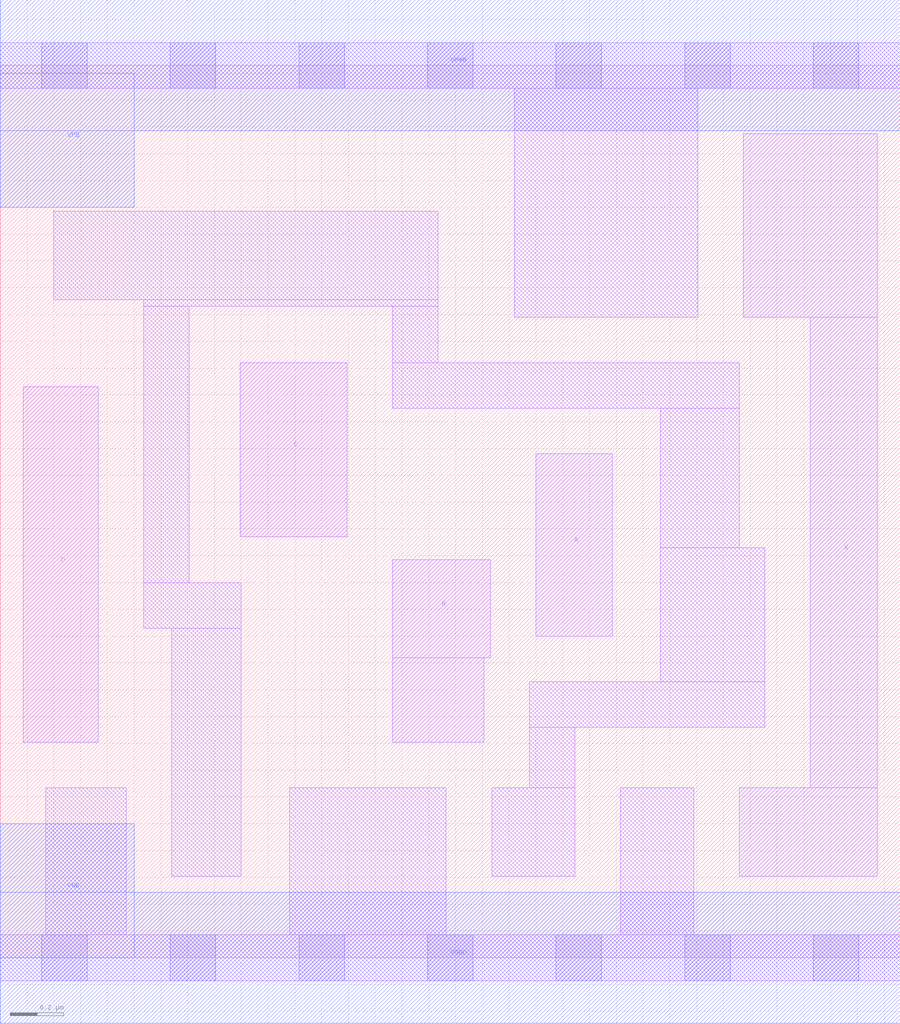
<source format=lef>
# Copyright 2020 The SkyWater PDK Authors
#
# Licensed under the Apache License, Version 2.0 (the "License");
# you may not use this file except in compliance with the License.
# You may obtain a copy of the License at
#
#     https://www.apache.org/licenses/LICENSE-2.0
#
# Unless required by applicable law or agreed to in writing, software
# distributed under the License is distributed on an "AS IS" BASIS,
# WITHOUT WARRANTIES OR CONDITIONS OF ANY KIND, either express or implied.
# See the License for the specific language governing permissions and
# limitations under the License.
#
# SPDX-License-Identifier: Apache-2.0

VERSION 5.5 ;
NAMESCASESENSITIVE ON ;
BUSBITCHARS "[]" ;
DIVIDERCHAR "/" ;
MACRO sky130_fd_sc_lp__or4_0
  CLASS CORE ;
  SOURCE USER ;
  ORIGIN  0.000000  0.000000 ;
  SIZE  3.360000 BY  3.330000 ;
  SYMMETRY X Y R90 ;
  SITE unit ;
  PIN A
    ANTENNAGATEAREA  0.126000 ;
    DIRECTION INPUT ;
    USE SIGNAL ;
    PORT
      LAYER li1 ;
        RECT 2.000000 1.200000 2.285000 1.880000 ;
    END
  END A
  PIN B
    ANTENNAGATEAREA  0.126000 ;
    DIRECTION INPUT ;
    USE SIGNAL ;
    PORT
      LAYER li1 ;
        RECT 1.465000 0.805000 1.805000 1.120000 ;
        RECT 1.465000 1.120000 1.830000 1.485000 ;
    END
  END B
  PIN C
    ANTENNAGATEAREA  0.126000 ;
    DIRECTION INPUT ;
    USE SIGNAL ;
    PORT
      LAYER li1 ;
        RECT 0.895000 1.570000 1.295000 2.220000 ;
    END
  END C
  PIN D
    ANTENNAGATEAREA  0.126000 ;
    DIRECTION INPUT ;
    USE SIGNAL ;
    PORT
      LAYER li1 ;
        RECT 0.085000 0.805000 0.365000 2.130000 ;
    END
  END D
  PIN X
    ANTENNADIFFAREA  0.299800 ;
    DIRECTION OUTPUT ;
    USE SIGNAL ;
    PORT
      LAYER li1 ;
        RECT 2.760000 0.305000 3.275000 0.635000 ;
        RECT 2.775000 2.390000 3.275000 3.075000 ;
        RECT 3.025000 0.635000 3.275000 2.390000 ;
    END
  END X
  PIN VGND
    DIRECTION INOUT ;
    USE GROUND ;
    PORT
      LAYER met1 ;
        RECT 0.000000 -0.245000 3.360000 0.245000 ;
    END
  END VGND
  PIN VNB
    DIRECTION INOUT ;
    USE GROUND ;
    PORT
    END
  END VNB
  PIN VPB
    DIRECTION INOUT ;
    USE POWER ;
    PORT
    END
  END VPB
  PIN VNB
    DIRECTION INOUT ;
    USE GROUND ;
    PORT
      LAYER met1 ;
        RECT 0.000000 0.000000 0.500000 0.500000 ;
    END
  END VNB
  PIN VPB
    DIRECTION INOUT ;
    USE POWER ;
    PORT
      LAYER met1 ;
        RECT 0.000000 2.800000 0.500000 3.300000 ;
    END
  END VPB
  PIN VPWR
    DIRECTION INOUT ;
    USE POWER ;
    PORT
      LAYER met1 ;
        RECT 0.000000 3.085000 3.360000 3.575000 ;
    END
  END VPWR
  OBS
    LAYER li1 ;
      RECT 0.000000 -0.085000 3.360000 0.085000 ;
      RECT 0.000000  3.245000 3.360000 3.415000 ;
      RECT 0.170000  0.085000 0.470000 0.635000 ;
      RECT 0.200000  2.455000 1.635000 2.785000 ;
      RECT 0.535000  1.230000 0.900000 1.400000 ;
      RECT 0.535000  1.400000 0.705000 2.430000 ;
      RECT 0.535000  2.430000 1.635000 2.455000 ;
      RECT 0.640000  0.305000 0.900000 1.230000 ;
      RECT 1.080000  0.085000 1.665000 0.635000 ;
      RECT 1.465000  2.050000 2.760000 2.220000 ;
      RECT 1.465000  2.220000 1.635000 2.430000 ;
      RECT 1.835000  0.305000 2.145000 0.635000 ;
      RECT 1.920000  2.390000 2.605000 3.245000 ;
      RECT 1.975000  0.635000 2.145000 0.860000 ;
      RECT 1.975000  0.860000 2.855000 1.030000 ;
      RECT 2.315000  0.085000 2.590000 0.635000 ;
      RECT 2.465000  1.030000 2.855000 1.530000 ;
      RECT 2.465000  1.530000 2.760000 2.050000 ;
    LAYER mcon ;
      RECT 0.155000 -0.085000 0.325000 0.085000 ;
      RECT 0.155000  3.245000 0.325000 3.415000 ;
      RECT 0.635000 -0.085000 0.805000 0.085000 ;
      RECT 0.635000  3.245000 0.805000 3.415000 ;
      RECT 1.115000 -0.085000 1.285000 0.085000 ;
      RECT 1.115000  3.245000 1.285000 3.415000 ;
      RECT 1.595000 -0.085000 1.765000 0.085000 ;
      RECT 1.595000  3.245000 1.765000 3.415000 ;
      RECT 2.075000 -0.085000 2.245000 0.085000 ;
      RECT 2.075000  3.245000 2.245000 3.415000 ;
      RECT 2.555000 -0.085000 2.725000 0.085000 ;
      RECT 2.555000  3.245000 2.725000 3.415000 ;
      RECT 3.035000 -0.085000 3.205000 0.085000 ;
      RECT 3.035000  3.245000 3.205000 3.415000 ;
  END
END sky130_fd_sc_lp__or4_0
END LIBRARY

</source>
